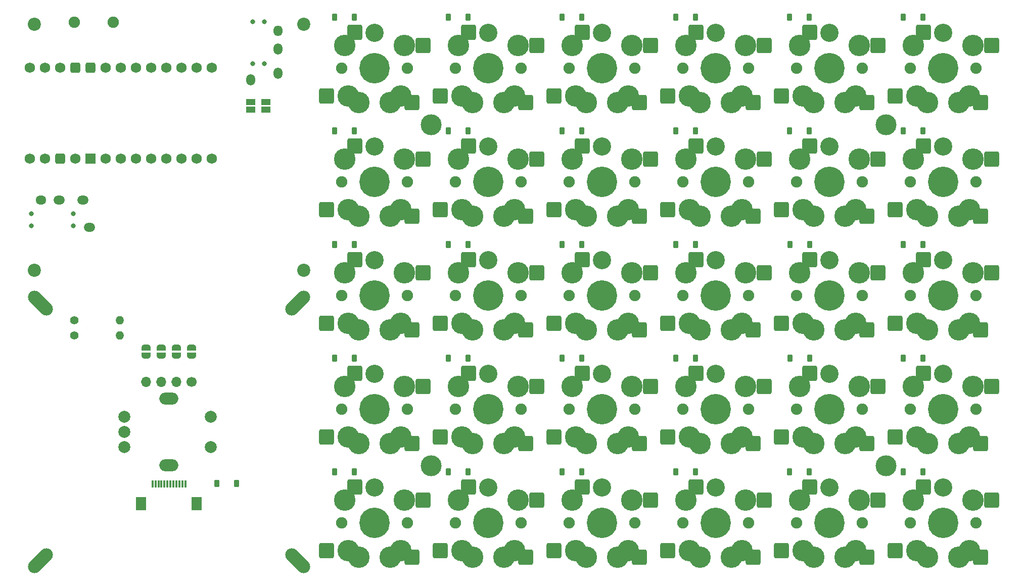
<source format=gbr>
%TF.GenerationSoftware,KiCad,Pcbnew,7.0.5*%
%TF.CreationDate,2024-09-25T00:12:03+08:00*%
%TF.ProjectId,TPS,5450532e-6b69-4636-9164-5f7063625858,rev?*%
%TF.SameCoordinates,Original*%
%TF.FileFunction,Soldermask,Bot*%
%TF.FilePolarity,Negative*%
%FSLAX46Y46*%
G04 Gerber Fmt 4.6, Leading zero omitted, Abs format (unit mm)*
G04 Created by KiCad (PCBNEW 7.0.5) date 2024-09-25 00:12:03*
%MOMM*%
%LPD*%
G01*
G04 APERTURE LIST*
G04 Aperture macros list*
%AMRoundRect*
0 Rectangle with rounded corners*
0 $1 Rounding radius*
0 $2 $3 $4 $5 $6 $7 $8 $9 X,Y pos of 4 corners*
0 Add a 4 corners polygon primitive as box body*
4,1,4,$2,$3,$4,$5,$6,$7,$8,$9,$2,$3,0*
0 Add four circle primitives for the rounded corners*
1,1,$1+$1,$2,$3*
1,1,$1+$1,$4,$5*
1,1,$1+$1,$6,$7*
1,1,$1+$1,$8,$9*
0 Add four rect primitives between the rounded corners*
20,1,$1+$1,$2,$3,$4,$5,0*
20,1,$1+$1,$4,$5,$6,$7,0*
20,1,$1+$1,$6,$7,$8,$9,0*
20,1,$1+$1,$8,$9,$2,$3,0*%
%AMHorizOval*
0 Thick line with rounded ends*
0 $1 width*
0 $2 $3 position (X,Y) of the first rounded end (center of the circle)*
0 $4 $5 position (X,Y) of the second rounded end (center of the circle)*
0 Add line between two ends*
20,1,$1,$2,$3,$4,$5,0*
0 Add two circle primitives to create the rounded ends*
1,1,$1,$2,$3*
1,1,$1,$4,$5*%
%AMOutline4P*
0 Free polygon, 4 corners , with rotation*
0 The origin of the aperture is its center*
0 number of corners: always 4*
0 $1 to $8 corner X, Y*
0 $9 Rotation angle, in degrees counterclockwise*
0 create outline with 4 corners*
4,1,4,$1,$2,$3,$4,$5,$6,$7,$8,$1,$2,$9*%
%AMFreePoly0*
4,1,19,0.500000,-0.750000,0.000000,-0.750000,0.000000,-0.744911,-0.071157,-0.744911,-0.207708,-0.704816,-0.327430,-0.627875,-0.420627,-0.520320,-0.479746,-0.390866,-0.500000,-0.250000,-0.500000,0.250000,-0.479746,0.390866,-0.420627,0.520320,-0.327430,0.627875,-0.207708,0.704816,-0.071157,0.744911,0.000000,0.744911,0.000000,0.750000,0.500000,0.750000,0.500000,-0.750000,0.500000,-0.750000,
$1*%
%AMFreePoly1*
4,1,19,0.000000,0.744911,0.071157,0.744911,0.207708,0.704816,0.327430,0.627875,0.420627,0.520320,0.479746,0.390866,0.500000,0.250000,0.500000,-0.250000,0.479746,-0.390866,0.420627,-0.520320,0.327430,-0.627875,0.207708,-0.704816,0.071157,-0.744911,0.000000,-0.744911,0.000000,-0.750000,-0.500000,-0.750000,-0.500000,0.750000,0.000000,0.750000,0.000000,0.744911,0.000000,0.744911,
$1*%
G04 Aperture macros list end*
%ADD10C,0.800000*%
%ADD11O,1.900000X1.500000*%
%ADD12O,1.800000X1.500000*%
%ADD13O,1.500000X1.900000*%
%ADD14O,1.500000X1.800000*%
%ADD15C,2.200000*%
%ADD16C,3.500000*%
%ADD17RoundRect,0.225000X-0.225000X-0.375000X0.225000X-0.375000X0.225000X0.375000X-0.225000X0.375000X0*%
%ADD18HorizOval,2.200000X0.989949X0.989949X-0.989949X-0.989949X0*%
%ADD19C,1.900000*%
%ADD20C,3.050000*%
%ADD21C,5.100000*%
%ADD22C,3.600000*%
%ADD23RoundRect,0.250000X-1.000000X-1.000000X1.000000X-1.000000X1.000000X1.000000X-1.000000X1.000000X0*%
%ADD24O,3.200000X2.000000*%
%ADD25C,2.000000*%
%ADD26C,1.400000*%
%ADD27O,1.400000X1.400000*%
%ADD28HorizOval,2.200000X-0.989949X-0.989949X0.989949X0.989949X0*%
%ADD29HorizOval,2.200000X-0.989949X0.989949X0.989949X-0.989949X0*%
%ADD30C,1.700000*%
%ADD31O,1.700000X1.700000*%
%ADD32FreePoly0,90.000000*%
%ADD33FreePoly1,90.000000*%
%ADD34R,1.500000X1.000000*%
%ADD35R,1.800000X2.200000*%
%ADD36R,0.300000X1.300000*%
%ADD37C,1.752600*%
%ADD38RoundRect,0.438150X-0.438150X-0.438150X0.438150X-0.438150X0.438150X0.438150X-0.438150X0.438150X0*%
%ADD39Outline4P,-0.876300X-0.876300X0.876300X-0.876300X0.876300X0.876300X-0.876300X0.876300X0.000000*%
G04 APERTURE END LIST*
D10*
%TO.C,T2*%
X40211000Y-64937500D03*
X47211000Y-64937500D03*
X40211000Y-62937500D03*
X47211000Y-62937500D03*
D11*
X48811000Y-60637500D03*
D12*
X41763000Y-60637500D03*
D11*
X44811000Y-60637500D03*
X49911000Y-65237500D03*
%TD*%
D10*
%TO.C,T1*%
X77214000Y-30750000D03*
X77214000Y-37750000D03*
X79214000Y-30750000D03*
X79214000Y-37750000D03*
D13*
X81514000Y-39350000D03*
D14*
X81514000Y-32302000D03*
D13*
X81514000Y-35350000D03*
X76914000Y-40450000D03*
%TD*%
D15*
%TO.C,H13*%
X85775000Y-72386000D03*
%TD*%
%TO.C,H12*%
X40661000Y-72386000D03*
%TD*%
D16*
%TO.C,H4*%
X183375000Y-105200000D03*
%TD*%
D17*
%TO.C,D16*%
X151400000Y-30000000D03*
X148100000Y-30000000D03*
%TD*%
D18*
%TO.C,H10*%
X84775000Y-77936000D03*
%TD*%
D17*
%TO.C,D24*%
X170580000Y-87150000D03*
X167280000Y-87150000D03*
%TD*%
D19*
%TO.C,SW19*%
X149300000Y-95675000D03*
D20*
X154800000Y-89775000D03*
D21*
X154800000Y-95675000D03*
D19*
X160300000Y-95675000D03*
D22*
X157400000Y-101425000D03*
X159200000Y-100375000D03*
X159800000Y-91875000D03*
D23*
X161075000Y-101425000D03*
X162900000Y-91875000D03*
X146760000Y-100375000D03*
D22*
X149800000Y-91875000D03*
X150400000Y-100375000D03*
D23*
X151500000Y-89675000D03*
D22*
X152200000Y-101425000D03*
%TD*%
D15*
%TO.C,H7*%
X85775000Y-31200000D03*
%TD*%
D17*
%TO.C,D20*%
X151400000Y-106200000D03*
X148100000Y-106200000D03*
%TD*%
%TO.C,D1*%
X94250000Y-30000000D03*
X90950000Y-30000000D03*
%TD*%
D16*
%TO.C,H1*%
X107175000Y-48050000D03*
%TD*%
D17*
%TO.C,D22*%
X170450000Y-49050000D03*
X167150000Y-49050000D03*
%TD*%
D19*
%TO.C,SW3*%
X92150000Y-76625000D03*
D20*
X97650000Y-70725000D03*
D21*
X97650000Y-76625000D03*
D19*
X103150000Y-76625000D03*
D22*
X100250000Y-82375000D03*
X102050000Y-81325000D03*
X102650000Y-72825000D03*
D23*
X103925000Y-82375000D03*
X105750000Y-72825000D03*
X89610000Y-81325000D03*
D22*
X92650000Y-72825000D03*
X93250000Y-81325000D03*
D23*
X94350000Y-70625000D03*
D22*
X95050000Y-82375000D03*
%TD*%
D19*
%TO.C,SW4*%
X92150000Y-95675000D03*
D20*
X97650000Y-89775000D03*
D21*
X97650000Y-95675000D03*
D19*
X103150000Y-95675000D03*
D22*
X100250000Y-101425000D03*
X102050000Y-100375000D03*
X102650000Y-91875000D03*
D23*
X103925000Y-101425000D03*
X105750000Y-91875000D03*
X89610000Y-100375000D03*
D22*
X92650000Y-91875000D03*
X93250000Y-100375000D03*
D23*
X94350000Y-89675000D03*
D22*
X95050000Y-101425000D03*
%TD*%
D17*
%TO.C,D27*%
X189500000Y-49050000D03*
X186200000Y-49050000D03*
%TD*%
D19*
%TO.C,SW1*%
X92150000Y-38525000D03*
D20*
X97650000Y-32625000D03*
D21*
X97650000Y-38525000D03*
D19*
X103150000Y-38525000D03*
D22*
X100250000Y-44275000D03*
X102050000Y-43225000D03*
X102650000Y-34725000D03*
D23*
X103925000Y-44275000D03*
X105750000Y-34725000D03*
X89610000Y-43225000D03*
D22*
X92650000Y-34725000D03*
X93250000Y-43225000D03*
D23*
X94350000Y-32525000D03*
D22*
X95050000Y-44275000D03*
%TD*%
D17*
%TO.C,D7*%
X113300000Y-49050000D03*
X110000000Y-49050000D03*
%TD*%
D19*
%TO.C,SW8*%
X111200000Y-76625000D03*
D20*
X116700000Y-70725000D03*
D21*
X116700000Y-76625000D03*
D19*
X122200000Y-76625000D03*
D22*
X119300000Y-82375000D03*
X121100000Y-81325000D03*
X121700000Y-72825000D03*
D23*
X122975000Y-82375000D03*
X124800000Y-72825000D03*
X108660000Y-81325000D03*
D22*
X111700000Y-72825000D03*
X112300000Y-81325000D03*
D23*
X113400000Y-70625000D03*
D22*
X114100000Y-82375000D03*
%TD*%
D19*
%TO.C,SW5*%
X92150000Y-114725000D03*
D20*
X97650000Y-108825000D03*
D21*
X97650000Y-114725000D03*
D19*
X103150000Y-114725000D03*
D22*
X100250000Y-120475000D03*
X102050000Y-119425000D03*
X102650000Y-110925000D03*
D23*
X103925000Y-120475000D03*
X105750000Y-110925000D03*
X89610000Y-119425000D03*
D22*
X92650000Y-110925000D03*
X93250000Y-119425000D03*
D23*
X94350000Y-108725000D03*
D22*
X95050000Y-120475000D03*
%TD*%
D16*
%TO.C,H2*%
X107175000Y-105200000D03*
%TD*%
D19*
%TO.C,SW11*%
X130250000Y-38525000D03*
D20*
X135750000Y-32625000D03*
D21*
X135750000Y-38525000D03*
D19*
X141250000Y-38525000D03*
D22*
X138350000Y-44275000D03*
X140150000Y-43225000D03*
X140750000Y-34725000D03*
D23*
X142025000Y-44275000D03*
X143850000Y-34725000D03*
X127710000Y-43225000D03*
D22*
X130750000Y-34725000D03*
X131350000Y-43225000D03*
D23*
X132450000Y-32525000D03*
D22*
X133150000Y-44275000D03*
%TD*%
D17*
%TO.C,D2*%
X94250000Y-49050000D03*
X90950000Y-49050000D03*
%TD*%
%TO.C,D30*%
X189500000Y-106200000D03*
X186200000Y-106200000D03*
%TD*%
D19*
%TO.C,SW30*%
X187400000Y-114725000D03*
D20*
X192900000Y-108825000D03*
D21*
X192900000Y-114725000D03*
D19*
X198400000Y-114725000D03*
D22*
X195500000Y-120475000D03*
X197300000Y-119425000D03*
X197900000Y-110925000D03*
D23*
X199175000Y-120475000D03*
X201000000Y-110925000D03*
X184860000Y-119425000D03*
D22*
X187900000Y-110925000D03*
X188500000Y-119425000D03*
D23*
X189600000Y-108725000D03*
D22*
X190300000Y-120475000D03*
%TD*%
D17*
%TO.C,D8*%
X113300000Y-68100000D03*
X110000000Y-68100000D03*
%TD*%
D19*
%TO.C,SW21*%
X168350000Y-38525000D03*
D20*
X173850000Y-32625000D03*
D21*
X173850000Y-38525000D03*
D19*
X179350000Y-38525000D03*
D22*
X176450000Y-44275000D03*
X178250000Y-43225000D03*
X178850000Y-34725000D03*
D23*
X180125000Y-44275000D03*
X181950000Y-34725000D03*
X165810000Y-43225000D03*
D22*
X168850000Y-34725000D03*
X169450000Y-43225000D03*
D23*
X170550000Y-32525000D03*
D22*
X171250000Y-44275000D03*
%TD*%
D19*
%TO.C,SW27*%
X187400000Y-57575000D03*
D20*
X192900000Y-51675000D03*
D21*
X192900000Y-57575000D03*
D19*
X198400000Y-57575000D03*
D22*
X195500000Y-63325000D03*
X197300000Y-62275000D03*
X197900000Y-53775000D03*
D23*
X199175000Y-63325000D03*
X201000000Y-53775000D03*
X184860000Y-62275000D03*
D22*
X187900000Y-53775000D03*
X188500000Y-62275000D03*
D23*
X189600000Y-51575000D03*
D22*
X190300000Y-63325000D03*
%TD*%
D19*
%TO.C,SW10*%
X111200000Y-114725000D03*
D20*
X116700000Y-108825000D03*
D21*
X116700000Y-114725000D03*
D19*
X122200000Y-114725000D03*
D22*
X119300000Y-120475000D03*
X121100000Y-119425000D03*
X121700000Y-110925000D03*
D23*
X122975000Y-120475000D03*
X124800000Y-110925000D03*
X108660000Y-119425000D03*
D22*
X111700000Y-110925000D03*
X112300000Y-119425000D03*
D23*
X113400000Y-108725000D03*
D22*
X114100000Y-120475000D03*
%TD*%
D15*
%TO.C,H6*%
X40661000Y-31200000D03*
%TD*%
D19*
%TO.C,SW26*%
X187400000Y-38525000D03*
D20*
X192900000Y-32625000D03*
D21*
X192900000Y-38525000D03*
D19*
X198400000Y-38525000D03*
D22*
X195500000Y-44275000D03*
X197300000Y-43225000D03*
X197900000Y-34725000D03*
D23*
X199175000Y-44275000D03*
X201000000Y-34725000D03*
X184860000Y-43225000D03*
D22*
X187900000Y-34725000D03*
X188500000Y-43225000D03*
D23*
X189600000Y-32525000D03*
D22*
X190300000Y-44275000D03*
%TD*%
D17*
%TO.C,D23*%
X170580000Y-68100000D03*
X167280000Y-68100000D03*
%TD*%
D16*
%TO.C,H3*%
X183375000Y-48050000D03*
%TD*%
D19*
%TO.C,SW28*%
X187400000Y-76625000D03*
D20*
X192900000Y-70725000D03*
D21*
X192900000Y-76625000D03*
D19*
X198400000Y-76625000D03*
D22*
X195500000Y-82375000D03*
X197300000Y-81325000D03*
X197900000Y-72825000D03*
D23*
X199175000Y-82375000D03*
X201000000Y-72825000D03*
X184860000Y-81325000D03*
D22*
X187900000Y-72825000D03*
X188500000Y-81325000D03*
D23*
X189600000Y-70625000D03*
D22*
X190300000Y-82375000D03*
%TD*%
D17*
%TO.C,D14*%
X132350000Y-87150000D03*
X129050000Y-87150000D03*
%TD*%
%TO.C,D31*%
X74571000Y-108125000D03*
X71271000Y-108125000D03*
%TD*%
D19*
%TO.C,SW22*%
X168350000Y-57575000D03*
D20*
X173850000Y-51675000D03*
D21*
X173850000Y-57575000D03*
D19*
X179350000Y-57575000D03*
D22*
X176450000Y-63325000D03*
X178250000Y-62275000D03*
X178850000Y-53775000D03*
D23*
X180125000Y-63325000D03*
X181950000Y-53775000D03*
X165810000Y-62275000D03*
D22*
X168850000Y-53775000D03*
X169450000Y-62275000D03*
D23*
X170550000Y-51575000D03*
D22*
X171250000Y-63325000D03*
%TD*%
D17*
%TO.C,D4*%
X94250000Y-87150000D03*
X90950000Y-87150000D03*
%TD*%
%TO.C,D17*%
X151400000Y-49050000D03*
X148100000Y-49050000D03*
%TD*%
%TO.C,D13*%
X132350000Y-68100000D03*
X129050000Y-68100000D03*
%TD*%
%TO.C,D12*%
X132350000Y-49050000D03*
X129050000Y-49050000D03*
%TD*%
D24*
%TO.C,SW31*%
X63218000Y-93893000D03*
X63218000Y-105093000D03*
D25*
X55718000Y-96993000D03*
X55718000Y-101993000D03*
X55718000Y-99493000D03*
X70218000Y-96993000D03*
X70218000Y-101993000D03*
%TD*%
D19*
%TO.C,SW16*%
X149300000Y-38525000D03*
D20*
X154800000Y-32625000D03*
D21*
X154800000Y-38525000D03*
D19*
X160300000Y-38525000D03*
D22*
X157400000Y-44275000D03*
X159200000Y-43225000D03*
X159800000Y-34725000D03*
D23*
X161075000Y-44275000D03*
X162900000Y-34725000D03*
X146760000Y-43225000D03*
D22*
X149800000Y-34725000D03*
X150400000Y-43225000D03*
D23*
X151500000Y-32525000D03*
D22*
X152200000Y-44275000D03*
%TD*%
D26*
%TO.C,R1*%
X47351000Y-83343000D03*
D27*
X54971000Y-83343000D03*
%TD*%
D19*
%TO.C,SW15*%
X130250000Y-114725000D03*
D20*
X135750000Y-108825000D03*
D21*
X135750000Y-114725000D03*
D19*
X141250000Y-114725000D03*
D22*
X138350000Y-120475000D03*
X140150000Y-119425000D03*
X140750000Y-110925000D03*
D23*
X142025000Y-120475000D03*
X143850000Y-110925000D03*
X127710000Y-119425000D03*
D22*
X130750000Y-110925000D03*
X131350000Y-119425000D03*
D23*
X132450000Y-108725000D03*
D22*
X133150000Y-120475000D03*
%TD*%
D28*
%TO.C,H9*%
X41661000Y-121050000D03*
%TD*%
D19*
%TO.C,SW14*%
X130250000Y-95675000D03*
D20*
X135750000Y-89775000D03*
D21*
X135750000Y-95675000D03*
D19*
X141250000Y-95675000D03*
D22*
X138350000Y-101425000D03*
X140150000Y-100375000D03*
X140750000Y-91875000D03*
D23*
X142025000Y-101425000D03*
X143850000Y-91875000D03*
X127710000Y-100375000D03*
D22*
X130750000Y-91875000D03*
X131350000Y-100375000D03*
D23*
X132450000Y-89675000D03*
D22*
X133150000Y-101425000D03*
%TD*%
D17*
%TO.C,D19*%
X151400000Y-87150000D03*
X148100000Y-87150000D03*
%TD*%
%TO.C,D21*%
X170450000Y-30000000D03*
X167150000Y-30000000D03*
%TD*%
D19*
%TO.C,SW20*%
X149300000Y-114725000D03*
D20*
X154800000Y-108825000D03*
D21*
X154800000Y-114725000D03*
D19*
X160300000Y-114725000D03*
D22*
X157400000Y-120475000D03*
X159200000Y-119425000D03*
X159800000Y-110925000D03*
D23*
X161075000Y-120475000D03*
X162900000Y-110925000D03*
X146760000Y-119425000D03*
D22*
X149800000Y-110925000D03*
X150400000Y-119425000D03*
D23*
X151500000Y-108725000D03*
D22*
X152200000Y-120475000D03*
%TD*%
D19*
%TO.C,RST1*%
X53851000Y-30823000D03*
X47351000Y-30823000D03*
%TD*%
%TO.C,SW17*%
X149300000Y-57575000D03*
D20*
X154800000Y-51675000D03*
D21*
X154800000Y-57575000D03*
D19*
X160300000Y-57575000D03*
D22*
X157400000Y-63325000D03*
X159200000Y-62275000D03*
X159800000Y-53775000D03*
D23*
X161075000Y-63325000D03*
X162900000Y-53775000D03*
X146760000Y-62275000D03*
D22*
X149800000Y-53775000D03*
X150400000Y-62275000D03*
D23*
X151500000Y-51575000D03*
D22*
X152200000Y-63325000D03*
%TD*%
D17*
%TO.C,D3*%
X94250000Y-68100000D03*
X90950000Y-68100000D03*
%TD*%
D19*
%TO.C,SW6*%
X111200000Y-38525000D03*
D20*
X116700000Y-32625000D03*
D21*
X116700000Y-38525000D03*
D19*
X122200000Y-38525000D03*
D22*
X119300000Y-44275000D03*
X121100000Y-43225000D03*
X121700000Y-34725000D03*
D23*
X122975000Y-44275000D03*
X124800000Y-34725000D03*
X108660000Y-43225000D03*
D22*
X111700000Y-34725000D03*
X112300000Y-43225000D03*
D23*
X113400000Y-32525000D03*
D22*
X114100000Y-44275000D03*
%TD*%
D19*
%TO.C,SW13*%
X130250000Y-76625000D03*
D20*
X135750000Y-70725000D03*
D21*
X135750000Y-76625000D03*
D19*
X141250000Y-76625000D03*
D22*
X138350000Y-82375000D03*
X140150000Y-81325000D03*
X140750000Y-72825000D03*
D23*
X142025000Y-82375000D03*
X143850000Y-72825000D03*
X127710000Y-81325000D03*
D22*
X130750000Y-72825000D03*
X131350000Y-81325000D03*
D23*
X132450000Y-70625000D03*
D22*
X133150000Y-82375000D03*
%TD*%
D17*
%TO.C,D18*%
X151400000Y-68100000D03*
X148100000Y-68100000D03*
%TD*%
D19*
%TO.C,SW24*%
X168350000Y-95675000D03*
D20*
X173850000Y-89775000D03*
D21*
X173850000Y-95675000D03*
D19*
X179350000Y-95675000D03*
D22*
X176450000Y-101425000D03*
X178250000Y-100375000D03*
X178850000Y-91875000D03*
D23*
X180125000Y-101425000D03*
X181950000Y-91875000D03*
X165810000Y-100375000D03*
D22*
X168850000Y-91875000D03*
X169450000Y-100375000D03*
D23*
X170550000Y-89675000D03*
D22*
X171250000Y-101425000D03*
%TD*%
D19*
%TO.C,SW18*%
X149300000Y-76625000D03*
D20*
X154800000Y-70725000D03*
D21*
X154800000Y-76625000D03*
D19*
X160300000Y-76625000D03*
D22*
X157400000Y-82375000D03*
X159200000Y-81325000D03*
X159800000Y-72825000D03*
D23*
X161075000Y-82375000D03*
X162900000Y-72825000D03*
X146760000Y-81325000D03*
D22*
X149800000Y-72825000D03*
X150400000Y-81325000D03*
D23*
X151500000Y-70625000D03*
D22*
X152200000Y-82375000D03*
%TD*%
D29*
%TO.C,H8*%
X41661000Y-77936000D03*
%TD*%
D17*
%TO.C,D9*%
X113300000Y-87150000D03*
X110000000Y-87150000D03*
%TD*%
D19*
%TO.C,SW12*%
X130250000Y-57575000D03*
D20*
X135750000Y-51675000D03*
D21*
X135750000Y-57575000D03*
D19*
X141250000Y-57575000D03*
D22*
X138350000Y-63325000D03*
X140150000Y-62275000D03*
X140750000Y-53775000D03*
D23*
X142025000Y-63325000D03*
X143850000Y-53775000D03*
X127710000Y-62275000D03*
D22*
X130750000Y-53775000D03*
X131350000Y-62275000D03*
D23*
X132450000Y-51575000D03*
D22*
X133150000Y-63325000D03*
%TD*%
D17*
%TO.C,D10*%
X113300000Y-106200000D03*
X110000000Y-106200000D03*
%TD*%
%TO.C,D11*%
X132350000Y-30000000D03*
X129050000Y-30000000D03*
%TD*%
%TO.C,D29*%
X189500000Y-87150000D03*
X186200000Y-87150000D03*
%TD*%
D30*
%TO.C,J1*%
X67027500Y-91123000D03*
D31*
X64487500Y-91123000D03*
X61947500Y-91123000D03*
X59407500Y-91123000D03*
%TD*%
D19*
%TO.C,SW7*%
X111200000Y-57575000D03*
D20*
X116700000Y-51675000D03*
D21*
X116700000Y-57575000D03*
D19*
X122200000Y-57575000D03*
D22*
X119300000Y-63325000D03*
X121100000Y-62275000D03*
X121700000Y-53775000D03*
D23*
X122975000Y-63325000D03*
X124800000Y-53775000D03*
X108660000Y-62275000D03*
D22*
X111700000Y-53775000D03*
X112300000Y-62275000D03*
D23*
X113400000Y-51575000D03*
D22*
X114100000Y-63325000D03*
%TD*%
D29*
%TO.C,H11*%
X84775000Y-121050000D03*
%TD*%
D17*
%TO.C,D5*%
X94250000Y-106200000D03*
X90950000Y-106200000D03*
%TD*%
D26*
%TO.C,R2*%
X47351000Y-80803000D03*
D27*
X54971000Y-80803000D03*
%TD*%
D17*
%TO.C,D26*%
X189500000Y-30000000D03*
X186200000Y-30000000D03*
%TD*%
D19*
%TO.C,SW25*%
X168350000Y-114725000D03*
D20*
X173850000Y-108825000D03*
D21*
X173850000Y-114725000D03*
D19*
X179350000Y-114725000D03*
D22*
X176450000Y-120475000D03*
X178250000Y-119425000D03*
X178850000Y-110925000D03*
D23*
X180125000Y-120475000D03*
X181950000Y-110925000D03*
X165810000Y-119425000D03*
D22*
X168850000Y-110925000D03*
X169450000Y-119425000D03*
D23*
X170550000Y-108725000D03*
D22*
X171250000Y-120475000D03*
%TD*%
D17*
%TO.C,D6*%
X113300000Y-30000000D03*
X110000000Y-30000000D03*
%TD*%
D19*
%TO.C,SW2*%
X92150000Y-57575000D03*
D20*
X97650000Y-51675000D03*
D21*
X97650000Y-57575000D03*
D19*
X103150000Y-57575000D03*
D22*
X100250000Y-63325000D03*
X102050000Y-62275000D03*
X102650000Y-53775000D03*
D23*
X103925000Y-63325000D03*
X105750000Y-53775000D03*
X89610000Y-62275000D03*
D22*
X92650000Y-53775000D03*
X93250000Y-62275000D03*
D23*
X94350000Y-51575000D03*
D22*
X95050000Y-63325000D03*
%TD*%
D17*
%TO.C,D28*%
X189500000Y-68100000D03*
X186200000Y-68100000D03*
%TD*%
D19*
%TO.C,SW29*%
X187400000Y-95675000D03*
D20*
X192900000Y-89775000D03*
D21*
X192900000Y-95675000D03*
D19*
X198400000Y-95675000D03*
D22*
X195500000Y-101425000D03*
X197300000Y-100375000D03*
X197900000Y-91875000D03*
D23*
X199175000Y-101425000D03*
X201000000Y-91875000D03*
X184860000Y-100375000D03*
D22*
X187900000Y-91875000D03*
X188500000Y-100375000D03*
D23*
X189600000Y-89675000D03*
D22*
X190300000Y-101425000D03*
%TD*%
D19*
%TO.C,SW9*%
X111200000Y-95675000D03*
D20*
X116700000Y-89775000D03*
D21*
X116700000Y-95675000D03*
D19*
X122200000Y-95675000D03*
D22*
X119300000Y-101425000D03*
X121100000Y-100375000D03*
X121700000Y-91875000D03*
D23*
X122975000Y-101425000D03*
X124800000Y-91875000D03*
X108660000Y-100375000D03*
D22*
X111700000Y-91875000D03*
X112300000Y-100375000D03*
D23*
X113400000Y-89675000D03*
D22*
X114100000Y-101425000D03*
%TD*%
D17*
%TO.C,D15*%
X132350000Y-106200000D03*
X129050000Y-106200000D03*
%TD*%
%TO.C,D25*%
X170450000Y-106200000D03*
X167150000Y-106200000D03*
%TD*%
D19*
%TO.C,SW23*%
X168350000Y-76625000D03*
D20*
X173850000Y-70725000D03*
D21*
X173850000Y-76625000D03*
D19*
X179350000Y-76625000D03*
D22*
X176450000Y-82375000D03*
X178250000Y-81325000D03*
X178850000Y-72825000D03*
D23*
X180125000Y-82375000D03*
X181950000Y-72825000D03*
X165810000Y-81325000D03*
D22*
X168850000Y-72825000D03*
X169450000Y-81325000D03*
D23*
X170550000Y-70625000D03*
D22*
X171250000Y-82375000D03*
%TD*%
D32*
%TO.C,JP9*%
X67027500Y-86693000D03*
D33*
X67027500Y-85393000D03*
%TD*%
D32*
%TO.C,JP12*%
X59407500Y-86693000D03*
D33*
X59407500Y-85393000D03*
%TD*%
D34*
%TO.C,JP3*%
X76944000Y-45500000D03*
X76944000Y-44200000D03*
%TD*%
D32*
%TO.C,JP11*%
X61947500Y-86693000D03*
D33*
X61947500Y-85393000D03*
%TD*%
D32*
%TO.C,JP10*%
X64487500Y-86693000D03*
D33*
X64487500Y-85393000D03*
%TD*%
D34*
%TO.C,JP4*%
X79484000Y-45500000D03*
X79484000Y-44200000D03*
%TD*%
D35*
%TO.C,J3*%
X67868000Y-111493000D03*
X58568000Y-111493000D03*
D36*
X65968000Y-108243000D03*
X65468000Y-108243000D03*
X64968000Y-108243000D03*
X64468000Y-108243000D03*
X63968000Y-108243000D03*
X63468000Y-108243000D03*
X62968000Y-108243000D03*
X62468000Y-108243000D03*
X61968000Y-108243000D03*
X61468000Y-108243000D03*
X60968000Y-108243000D03*
X60468000Y-108243000D03*
%TD*%
D37*
%TO.C,U1*%
X39881000Y-38449500D03*
X42421000Y-38449500D03*
X44961000Y-38449500D03*
D38*
X47501000Y-38449500D03*
X50041000Y-38449500D03*
D37*
X52581000Y-38449500D03*
X55121000Y-38449500D03*
X57661000Y-38449500D03*
X60201000Y-38449500D03*
X62741000Y-38449500D03*
X65281000Y-38449500D03*
X67821000Y-38449500D03*
X70361000Y-38449500D03*
X70361000Y-53689500D03*
X67821000Y-53689500D03*
X65281000Y-53689500D03*
X62741000Y-53689500D03*
X60201000Y-53689500D03*
X57661000Y-53689500D03*
X55121000Y-53689500D03*
X52581000Y-53689500D03*
D39*
X50041000Y-53689500D03*
D37*
X47501000Y-53689500D03*
D38*
X44961000Y-53689500D03*
D37*
X42421000Y-53689500D03*
X39881000Y-53689500D03*
%TD*%
M02*

</source>
